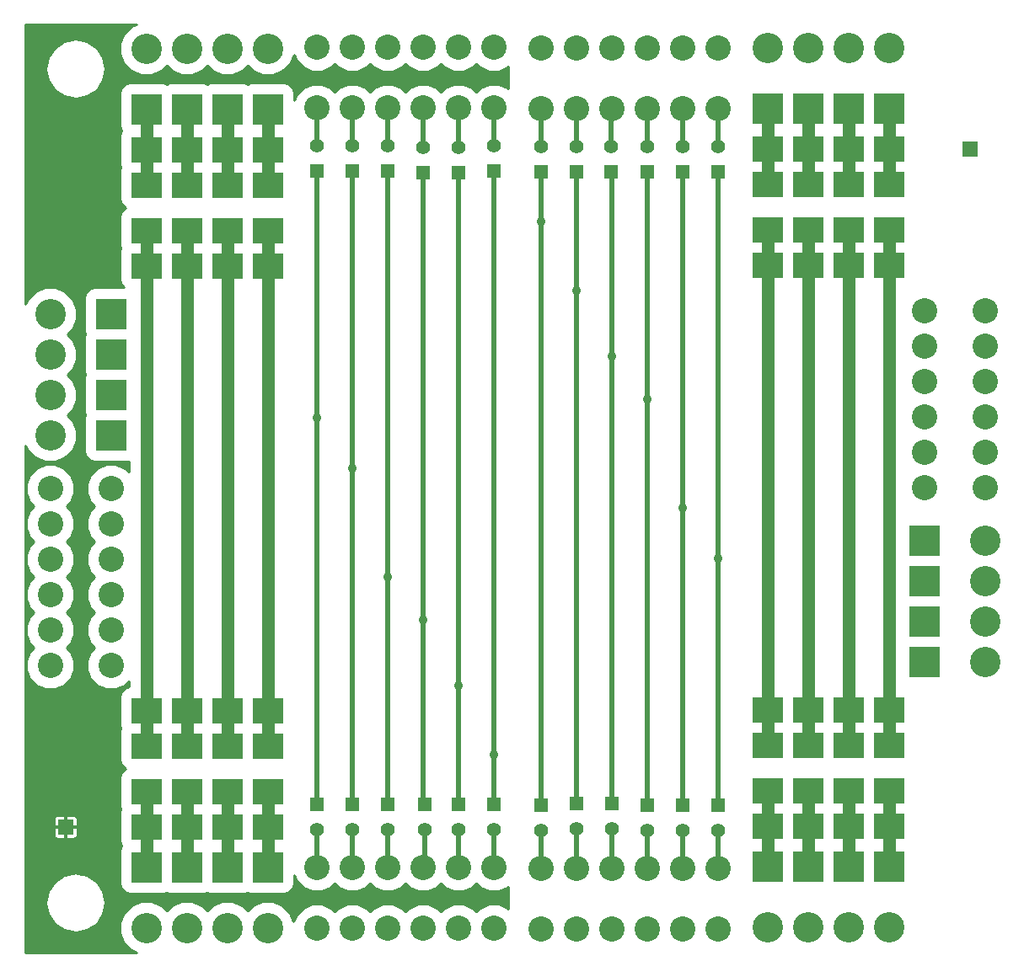
<source format=gtl>
G04 (created by PCBNEW (2013-07-07 BZR 4022)-stable) date 11/02/2014 19:36:51*
%MOIN*%
G04 Gerber Fmt 3.4, Leading zero omitted, Abs format*
%FSLAX34Y34*%
G01*
G70*
G90*
G04 APERTURE LIST*
%ADD10C,0.00590551*%
%ADD11R,0.12X0.1*%
%ADD12R,0.12X0.12*%
%ADD13C,0.12*%
%ADD14C,0.1*%
%ADD15R,0.055X0.055*%
%ADD16C,0.055*%
%ADD17R,0.06X0.06*%
%ADD18C,0.035*%
%ADD19C,0.02*%
%ADD20C,0.05*%
%ADD21C,0.01*%
G04 APERTURE END LIST*
G54D10*
G54D11*
X80600Y-31000D03*
X80600Y-29600D03*
X80600Y-27800D03*
X80600Y-26400D03*
X80600Y-48600D03*
X80600Y-50000D03*
X80600Y-51800D03*
X80600Y-53200D03*
X82200Y-31000D03*
X82200Y-29600D03*
X82200Y-27800D03*
X82200Y-26400D03*
X82200Y-48600D03*
X82200Y-50000D03*
X82200Y-51800D03*
X82200Y-53200D03*
X83800Y-31000D03*
X83800Y-29600D03*
X83800Y-27800D03*
X83800Y-26400D03*
X83800Y-48600D03*
X83800Y-50000D03*
X83800Y-51800D03*
X83800Y-53200D03*
X85400Y-31000D03*
X85400Y-29600D03*
X85400Y-27800D03*
X85400Y-26400D03*
X85400Y-48600D03*
X85400Y-50000D03*
X85400Y-51800D03*
X85400Y-53200D03*
G54D12*
X79200Y-32900D03*
G54D13*
X76800Y-32900D03*
G54D12*
X79200Y-34500D03*
G54D13*
X76800Y-34500D03*
G54D12*
X79200Y-36100D03*
G54D13*
X76800Y-36100D03*
G54D12*
X79200Y-37700D03*
G54D13*
X76800Y-37700D03*
G54D12*
X80600Y-24800D03*
G54D13*
X80600Y-22400D03*
G54D12*
X80600Y-54800D03*
G54D13*
X80600Y-57200D03*
G54D12*
X82200Y-24800D03*
G54D13*
X82200Y-22400D03*
G54D12*
X82200Y-54800D03*
G54D13*
X82200Y-57200D03*
G54D12*
X83800Y-24800D03*
G54D13*
X83800Y-22400D03*
G54D12*
X83800Y-54800D03*
G54D13*
X83800Y-57200D03*
G54D12*
X85400Y-24800D03*
G54D13*
X85400Y-22400D03*
G54D12*
X85400Y-54800D03*
G54D13*
X85400Y-57200D03*
G54D14*
X79200Y-39800D03*
X76800Y-39800D03*
X79200Y-41200D03*
X76800Y-41200D03*
X79200Y-42600D03*
X76800Y-42600D03*
X79200Y-44000D03*
X76800Y-44000D03*
X79200Y-45400D03*
X76800Y-45400D03*
X79200Y-46800D03*
X76800Y-46800D03*
X87350Y-24750D03*
X87350Y-22350D03*
X87350Y-54800D03*
X87350Y-57200D03*
X88750Y-24750D03*
X88750Y-22350D03*
X88750Y-54800D03*
X88750Y-57200D03*
X90150Y-24750D03*
X90150Y-22350D03*
X90150Y-54800D03*
X90150Y-57200D03*
X91550Y-24750D03*
X91550Y-22350D03*
X91550Y-54800D03*
X91550Y-57200D03*
X92950Y-24750D03*
X92950Y-22350D03*
X92950Y-54800D03*
X92950Y-57200D03*
X94350Y-24750D03*
X94350Y-22350D03*
X94350Y-54800D03*
X94350Y-57200D03*
G54D15*
X87350Y-27250D03*
G54D16*
X87350Y-26250D03*
G54D15*
X87350Y-52300D03*
G54D16*
X87350Y-53300D03*
G54D15*
X88750Y-27250D03*
G54D16*
X88750Y-26250D03*
G54D15*
X88750Y-52300D03*
G54D16*
X88750Y-53300D03*
G54D15*
X90150Y-27250D03*
G54D16*
X90150Y-26250D03*
G54D15*
X90150Y-52300D03*
G54D16*
X90150Y-53300D03*
G54D15*
X91550Y-27300D03*
G54D16*
X91550Y-26300D03*
G54D15*
X91600Y-52300D03*
G54D16*
X91600Y-53300D03*
G54D15*
X92950Y-27300D03*
G54D16*
X92950Y-26300D03*
G54D15*
X92950Y-52300D03*
G54D16*
X92950Y-53300D03*
G54D15*
X94350Y-27250D03*
G54D16*
X94350Y-26250D03*
G54D15*
X94350Y-52300D03*
G54D16*
X94350Y-53300D03*
G54D17*
X77400Y-53200D03*
G54D11*
X109972Y-48587D03*
X109972Y-49987D03*
X109972Y-51787D03*
X109972Y-53187D03*
X109972Y-30987D03*
X109972Y-29587D03*
X109972Y-27787D03*
X109972Y-26387D03*
X108372Y-48587D03*
X108372Y-49987D03*
X108372Y-51787D03*
X108372Y-53187D03*
X108372Y-30987D03*
X108372Y-29587D03*
X108372Y-27787D03*
X108372Y-26387D03*
X106772Y-48587D03*
X106772Y-49987D03*
X106772Y-51787D03*
X106772Y-53187D03*
X106772Y-30987D03*
X106772Y-29587D03*
X106772Y-27787D03*
X106772Y-26387D03*
X105172Y-48587D03*
X105172Y-49987D03*
X105172Y-51787D03*
X105172Y-53187D03*
X105172Y-30987D03*
X105172Y-29587D03*
X105172Y-27787D03*
X105172Y-26387D03*
G54D12*
X111372Y-46687D03*
G54D13*
X113772Y-46687D03*
G54D12*
X111372Y-45087D03*
G54D13*
X113772Y-45087D03*
G54D12*
X111372Y-43487D03*
G54D13*
X113772Y-43487D03*
G54D12*
X111372Y-41887D03*
G54D13*
X113772Y-41887D03*
G54D12*
X109972Y-54787D03*
G54D13*
X109972Y-57187D03*
G54D12*
X109972Y-24787D03*
G54D13*
X109972Y-22387D03*
G54D12*
X108372Y-54787D03*
G54D13*
X108372Y-57187D03*
G54D12*
X108372Y-24787D03*
G54D13*
X108372Y-22387D03*
G54D12*
X106772Y-54787D03*
G54D13*
X106772Y-57187D03*
G54D12*
X106772Y-24787D03*
G54D13*
X106772Y-22387D03*
G54D12*
X105172Y-54787D03*
G54D13*
X105172Y-57187D03*
G54D12*
X105172Y-24787D03*
G54D13*
X105172Y-22387D03*
G54D14*
X111372Y-39787D03*
X113772Y-39787D03*
X111372Y-38387D03*
X113772Y-38387D03*
X111372Y-36987D03*
X113772Y-36987D03*
X111372Y-35587D03*
X113772Y-35587D03*
X111372Y-34187D03*
X113772Y-34187D03*
X111372Y-32787D03*
X113772Y-32787D03*
X103222Y-54837D03*
X103222Y-57237D03*
X103222Y-24787D03*
X103222Y-22387D03*
X101822Y-54837D03*
X101822Y-57237D03*
X101822Y-24787D03*
X101822Y-22387D03*
X100422Y-54837D03*
X100422Y-57237D03*
X100422Y-24787D03*
X100422Y-22387D03*
X99022Y-54837D03*
X99022Y-57237D03*
X99022Y-24787D03*
X99022Y-22387D03*
X97622Y-54837D03*
X97622Y-57237D03*
X97622Y-24787D03*
X97622Y-22387D03*
X96222Y-54837D03*
X96222Y-57237D03*
X96222Y-24787D03*
X96222Y-22387D03*
G54D15*
X103222Y-52337D03*
G54D16*
X103222Y-53337D03*
G54D15*
X103222Y-27287D03*
G54D16*
X103222Y-26287D03*
G54D15*
X101822Y-52337D03*
G54D16*
X101822Y-53337D03*
G54D15*
X101822Y-27287D03*
G54D16*
X101822Y-26287D03*
G54D15*
X100422Y-52337D03*
G54D16*
X100422Y-53337D03*
G54D15*
X100422Y-27287D03*
G54D16*
X100422Y-26287D03*
G54D15*
X99022Y-52287D03*
G54D16*
X99022Y-53287D03*
G54D15*
X98972Y-27287D03*
G54D16*
X98972Y-26287D03*
G54D15*
X97622Y-52287D03*
G54D16*
X97622Y-53287D03*
G54D15*
X97622Y-27287D03*
G54D16*
X97622Y-26287D03*
G54D15*
X96222Y-52337D03*
G54D16*
X96222Y-53337D03*
G54D15*
X96222Y-27287D03*
G54D16*
X96222Y-26287D03*
G54D17*
X113172Y-26387D03*
G54D18*
X108372Y-46787D03*
X103222Y-42587D03*
X105172Y-44287D03*
X106772Y-45887D03*
X99022Y-34587D03*
X101822Y-40587D03*
X100422Y-36287D03*
X96222Y-29237D03*
X97622Y-31987D03*
X94350Y-50350D03*
X92950Y-47600D03*
X82200Y-32800D03*
X87350Y-37000D03*
X85400Y-35300D03*
X83800Y-33700D03*
X91550Y-45000D03*
X88750Y-39000D03*
X90150Y-43300D03*
G54D19*
X103222Y-26287D02*
X103222Y-24787D01*
G54D20*
X108372Y-48587D02*
X108372Y-46787D01*
X108372Y-46787D02*
X108372Y-30987D01*
X108372Y-30987D02*
X108372Y-29587D01*
X108372Y-49987D02*
X108372Y-48587D01*
G54D19*
X99022Y-54837D02*
X99022Y-53287D01*
G54D20*
X108372Y-26387D02*
X108372Y-24787D01*
X108372Y-27787D02*
X108372Y-26387D01*
X108372Y-53187D02*
X108372Y-51787D01*
X108372Y-54787D02*
X108372Y-53187D01*
X109972Y-48587D02*
X109972Y-30987D01*
X109972Y-30987D02*
X109972Y-29587D01*
X109972Y-49987D02*
X109972Y-48587D01*
X109972Y-26387D02*
X109972Y-24787D01*
X109972Y-27787D02*
X109972Y-26387D01*
X109972Y-51787D02*
X109972Y-53187D01*
X109972Y-54787D02*
X109972Y-53187D01*
G54D19*
X103222Y-52337D02*
X103222Y-42587D01*
X103222Y-42587D02*
X103222Y-27287D01*
G54D20*
X105172Y-48587D02*
X105172Y-44287D01*
X105172Y-44287D02*
X105172Y-30987D01*
X105172Y-30987D02*
X105172Y-29587D01*
X105172Y-49987D02*
X105172Y-48587D01*
G54D19*
X98972Y-26287D02*
X98972Y-24837D01*
X98972Y-24837D02*
X99022Y-24787D01*
G54D20*
X105172Y-26387D02*
X105172Y-24787D01*
X105172Y-27787D02*
X105172Y-26387D01*
X105172Y-53187D02*
X105172Y-51787D01*
X105172Y-54787D02*
X105172Y-53187D01*
X106772Y-48587D02*
X106772Y-45887D01*
X106772Y-45887D02*
X106772Y-30987D01*
X106772Y-30987D02*
X106772Y-29587D01*
X106772Y-49987D02*
X106772Y-48587D01*
G54D19*
X99022Y-52287D02*
X99022Y-34587D01*
X99022Y-34587D02*
X99022Y-27337D01*
X99022Y-27337D02*
X98972Y-27287D01*
G54D20*
X106772Y-26387D02*
X106772Y-24787D01*
X106772Y-27787D02*
X106772Y-26387D01*
X106772Y-53187D02*
X106772Y-51787D01*
X106772Y-54787D02*
X106772Y-53187D01*
G54D19*
X101822Y-54837D02*
X101822Y-53337D01*
X101822Y-26287D02*
X101822Y-24787D01*
X101822Y-52337D02*
X101822Y-40587D01*
X101822Y-40587D02*
X101822Y-27287D01*
X100422Y-52337D02*
X100422Y-36287D01*
X100422Y-36287D02*
X100422Y-27287D01*
X96222Y-54837D02*
X96222Y-53337D01*
X100422Y-26287D02*
X100422Y-24787D01*
X100422Y-54837D02*
X100422Y-53337D01*
X96222Y-26287D02*
X96222Y-24787D01*
X96222Y-52337D02*
X96222Y-29237D01*
X96222Y-29237D02*
X96222Y-27287D01*
X97622Y-26287D02*
X97622Y-24787D01*
X97622Y-54837D02*
X97622Y-53287D01*
X97622Y-52287D02*
X97622Y-31987D01*
X97622Y-31987D02*
X97622Y-27287D01*
X103222Y-53337D02*
X103222Y-54837D01*
X91600Y-53300D02*
X91600Y-54750D01*
X91600Y-54750D02*
X91550Y-54800D01*
X94350Y-24750D02*
X94350Y-26250D01*
X94350Y-53300D02*
X94350Y-54800D01*
X94350Y-27250D02*
X94350Y-50350D01*
X94350Y-50350D02*
X94350Y-52300D01*
X92950Y-53300D02*
X92950Y-54800D01*
X92950Y-24750D02*
X92950Y-26300D01*
X92950Y-27300D02*
X92950Y-47600D01*
X92950Y-47600D02*
X92950Y-52300D01*
X87350Y-26250D02*
X87350Y-24750D01*
X87350Y-53300D02*
X87350Y-54800D01*
G54D20*
X82200Y-31000D02*
X82200Y-32800D01*
X82200Y-32800D02*
X82200Y-48600D01*
X82200Y-48600D02*
X82200Y-50000D01*
X82200Y-29600D02*
X82200Y-31000D01*
G54D19*
X91550Y-24750D02*
X91550Y-26300D01*
G54D20*
X82200Y-53200D02*
X82200Y-54800D01*
X82200Y-51800D02*
X82200Y-53200D01*
X82200Y-26400D02*
X82200Y-27800D01*
X82200Y-24800D02*
X82200Y-26400D01*
X80600Y-31000D02*
X80600Y-48600D01*
X80600Y-48600D02*
X80600Y-50000D01*
X80600Y-29600D02*
X80600Y-31000D01*
X80600Y-53200D02*
X80600Y-54800D01*
X80600Y-51800D02*
X80600Y-53200D01*
X80600Y-27800D02*
X80600Y-26400D01*
X80600Y-24800D02*
X80600Y-26400D01*
G54D19*
X87350Y-27250D02*
X87350Y-37000D01*
X87350Y-37000D02*
X87350Y-52300D01*
G54D20*
X85400Y-31000D02*
X85400Y-35300D01*
X85400Y-35300D02*
X85400Y-48600D01*
X85400Y-48600D02*
X85400Y-50000D01*
X85400Y-29600D02*
X85400Y-31000D01*
X85400Y-53200D02*
X85400Y-54800D01*
X85400Y-51800D02*
X85400Y-53200D01*
X85400Y-26400D02*
X85400Y-27800D01*
X85400Y-24800D02*
X85400Y-26400D01*
X83800Y-31000D02*
X83800Y-33700D01*
X83800Y-33700D02*
X83800Y-48600D01*
X83800Y-48600D02*
X83800Y-50000D01*
X83800Y-29600D02*
X83800Y-31000D01*
G54D19*
X91550Y-27300D02*
X91550Y-45000D01*
X91550Y-45000D02*
X91550Y-52250D01*
X91550Y-52250D02*
X91600Y-52300D01*
G54D20*
X83800Y-53200D02*
X83800Y-54800D01*
X83800Y-51800D02*
X83800Y-53200D01*
X83800Y-26400D02*
X83800Y-27800D01*
X83800Y-24800D02*
X83800Y-26400D01*
G54D19*
X88750Y-24750D02*
X88750Y-26250D01*
X88750Y-53300D02*
X88750Y-54800D01*
X88750Y-27250D02*
X88750Y-39000D01*
X88750Y-39000D02*
X88750Y-52300D01*
X90150Y-27250D02*
X90150Y-43300D01*
X90150Y-43300D02*
X90150Y-52300D01*
X90150Y-53300D02*
X90150Y-54800D01*
X90150Y-24750D02*
X90150Y-26250D01*
G54D10*
G36*
X94920Y-56426D02*
X94888Y-56395D01*
X94539Y-56250D01*
X94161Y-56249D01*
X93812Y-56394D01*
X93649Y-56556D01*
X93488Y-56395D01*
X93139Y-56250D01*
X92761Y-56249D01*
X92412Y-56394D01*
X92249Y-56556D01*
X92088Y-56395D01*
X91739Y-56250D01*
X91361Y-56249D01*
X91012Y-56394D01*
X90849Y-56556D01*
X90688Y-56395D01*
X90339Y-56250D01*
X89961Y-56249D01*
X89612Y-56394D01*
X89449Y-56556D01*
X89288Y-56395D01*
X88939Y-56250D01*
X88561Y-56249D01*
X88212Y-56394D01*
X88049Y-56556D01*
X87888Y-56395D01*
X87539Y-56250D01*
X87161Y-56249D01*
X86812Y-56394D01*
X86545Y-56661D01*
X86428Y-56940D01*
X86290Y-56605D01*
X85995Y-56310D01*
X85609Y-56150D01*
X85192Y-56149D01*
X84805Y-56309D01*
X84599Y-56515D01*
X84395Y-56310D01*
X84009Y-56150D01*
X83592Y-56149D01*
X83205Y-56309D01*
X82999Y-56515D01*
X82795Y-56310D01*
X82409Y-56150D01*
X81992Y-56149D01*
X81605Y-56309D01*
X81399Y-56515D01*
X81195Y-56310D01*
X80809Y-56150D01*
X80392Y-56149D01*
X80005Y-56309D01*
X79710Y-56604D01*
X79550Y-56990D01*
X79549Y-57407D01*
X79709Y-57794D01*
X80004Y-58089D01*
X80199Y-58170D01*
X78979Y-58170D01*
X78979Y-56200D01*
X78889Y-55748D01*
X78634Y-55365D01*
X78251Y-55110D01*
X77868Y-55034D01*
X77868Y-53533D01*
X77868Y-53466D01*
X77868Y-53251D01*
X77868Y-53148D01*
X77868Y-52933D01*
X77868Y-52866D01*
X77842Y-52804D01*
X77795Y-52757D01*
X77750Y-52738D01*
X77750Y-46611D01*
X77605Y-46262D01*
X77443Y-46099D01*
X77604Y-45938D01*
X77749Y-45589D01*
X77750Y-45211D01*
X77605Y-44862D01*
X77443Y-44699D01*
X77604Y-44538D01*
X77749Y-44189D01*
X77750Y-43811D01*
X77605Y-43462D01*
X77443Y-43299D01*
X77604Y-43138D01*
X77749Y-42789D01*
X77750Y-42411D01*
X77605Y-42062D01*
X77443Y-41899D01*
X77604Y-41738D01*
X77749Y-41389D01*
X77750Y-41011D01*
X77605Y-40662D01*
X77443Y-40499D01*
X77604Y-40338D01*
X77749Y-39989D01*
X77750Y-39611D01*
X77605Y-39262D01*
X77338Y-38995D01*
X76989Y-38850D01*
X76611Y-38849D01*
X76262Y-38994D01*
X75995Y-39261D01*
X75850Y-39610D01*
X75849Y-39988D01*
X75994Y-40337D01*
X76156Y-40500D01*
X75995Y-40661D01*
X75850Y-41010D01*
X75849Y-41388D01*
X75994Y-41737D01*
X76156Y-41900D01*
X75995Y-42061D01*
X75850Y-42410D01*
X75849Y-42788D01*
X75994Y-43137D01*
X76156Y-43300D01*
X75995Y-43461D01*
X75850Y-43810D01*
X75849Y-44188D01*
X75994Y-44537D01*
X76156Y-44700D01*
X75995Y-44861D01*
X75850Y-45210D01*
X75849Y-45588D01*
X75994Y-45937D01*
X76156Y-46100D01*
X75995Y-46261D01*
X75850Y-46610D01*
X75849Y-46988D01*
X75994Y-47337D01*
X76261Y-47604D01*
X76610Y-47749D01*
X76988Y-47750D01*
X77337Y-47605D01*
X77604Y-47338D01*
X77749Y-46989D01*
X77750Y-46611D01*
X77750Y-52738D01*
X77733Y-52731D01*
X77451Y-52731D01*
X77409Y-52773D01*
X77409Y-53190D01*
X77826Y-53190D01*
X77868Y-53148D01*
X77868Y-53251D01*
X77826Y-53209D01*
X77409Y-53209D01*
X77409Y-53626D01*
X77451Y-53668D01*
X77733Y-53668D01*
X77795Y-53642D01*
X77842Y-53595D01*
X77868Y-53533D01*
X77868Y-55034D01*
X77800Y-55020D01*
X77390Y-55101D01*
X77390Y-53626D01*
X77390Y-53209D01*
X77390Y-53190D01*
X77390Y-52773D01*
X77348Y-52731D01*
X77066Y-52731D01*
X77004Y-52757D01*
X76957Y-52804D01*
X76931Y-52866D01*
X76931Y-52933D01*
X76931Y-53148D01*
X76973Y-53190D01*
X77390Y-53190D01*
X77390Y-53209D01*
X76973Y-53209D01*
X76931Y-53251D01*
X76931Y-53466D01*
X76931Y-53533D01*
X76957Y-53595D01*
X77004Y-53642D01*
X77066Y-53668D01*
X77348Y-53668D01*
X77390Y-53626D01*
X77390Y-55101D01*
X77348Y-55110D01*
X76965Y-55365D01*
X76710Y-55748D01*
X76620Y-56200D01*
X76710Y-56651D01*
X76965Y-57034D01*
X77348Y-57289D01*
X77800Y-57379D01*
X78251Y-57289D01*
X78634Y-57034D01*
X78889Y-56651D01*
X78979Y-56200D01*
X78979Y-58170D01*
X75829Y-58170D01*
X75829Y-38100D01*
X75909Y-38294D01*
X76204Y-38589D01*
X76590Y-38749D01*
X77007Y-38750D01*
X77394Y-38590D01*
X77689Y-38295D01*
X77849Y-37909D01*
X77850Y-37492D01*
X77690Y-37105D01*
X77484Y-36899D01*
X77689Y-36695D01*
X77849Y-36309D01*
X77850Y-35892D01*
X77690Y-35505D01*
X77484Y-35299D01*
X77689Y-35095D01*
X77849Y-34709D01*
X77850Y-34292D01*
X77690Y-33905D01*
X77484Y-33699D01*
X77689Y-33495D01*
X77849Y-33109D01*
X77850Y-32692D01*
X77690Y-32305D01*
X77395Y-32010D01*
X77009Y-31850D01*
X76592Y-31849D01*
X76205Y-32009D01*
X75910Y-32304D01*
X75829Y-32499D01*
X75829Y-21429D01*
X80199Y-21429D01*
X80005Y-21509D01*
X79710Y-21804D01*
X79550Y-22190D01*
X79549Y-22607D01*
X79709Y-22994D01*
X80004Y-23289D01*
X80390Y-23449D01*
X80807Y-23450D01*
X81194Y-23290D01*
X81400Y-23084D01*
X81604Y-23289D01*
X81990Y-23449D01*
X82407Y-23450D01*
X82794Y-23290D01*
X83000Y-23084D01*
X83204Y-23289D01*
X83590Y-23449D01*
X84007Y-23450D01*
X84394Y-23290D01*
X84600Y-23084D01*
X84804Y-23289D01*
X85190Y-23449D01*
X85607Y-23450D01*
X85994Y-23290D01*
X86289Y-22995D01*
X86439Y-22634D01*
X86544Y-22887D01*
X86811Y-23154D01*
X87160Y-23299D01*
X87538Y-23300D01*
X87887Y-23155D01*
X88050Y-22993D01*
X88211Y-23154D01*
X88560Y-23299D01*
X88938Y-23300D01*
X89287Y-23155D01*
X89450Y-22993D01*
X89611Y-23154D01*
X89960Y-23299D01*
X90338Y-23300D01*
X90687Y-23155D01*
X90850Y-22993D01*
X91011Y-23154D01*
X91360Y-23299D01*
X91738Y-23300D01*
X92087Y-23155D01*
X92250Y-22993D01*
X92411Y-23154D01*
X92760Y-23299D01*
X93138Y-23300D01*
X93487Y-23155D01*
X93650Y-22993D01*
X93811Y-23154D01*
X94160Y-23299D01*
X94538Y-23300D01*
X94887Y-23155D01*
X94920Y-23122D01*
X94920Y-23976D01*
X94888Y-23945D01*
X94539Y-23800D01*
X94161Y-23799D01*
X93812Y-23944D01*
X93649Y-24106D01*
X93488Y-23945D01*
X93139Y-23800D01*
X92761Y-23799D01*
X92412Y-23944D01*
X92249Y-24106D01*
X92088Y-23945D01*
X91739Y-23800D01*
X91361Y-23799D01*
X91012Y-23944D01*
X90849Y-24106D01*
X90688Y-23945D01*
X90339Y-23800D01*
X89961Y-23799D01*
X89612Y-23944D01*
X89449Y-24106D01*
X89288Y-23945D01*
X88939Y-23800D01*
X88561Y-23799D01*
X88212Y-23944D01*
X88049Y-24106D01*
X87888Y-23945D01*
X87539Y-23800D01*
X87161Y-23799D01*
X86812Y-23944D01*
X86545Y-24211D01*
X86450Y-24440D01*
X86450Y-24110D01*
X86381Y-23945D01*
X86254Y-23818D01*
X86089Y-23750D01*
X85910Y-23750D01*
X84710Y-23750D01*
X84599Y-23795D01*
X84489Y-23750D01*
X84310Y-23750D01*
X83110Y-23750D01*
X82999Y-23795D01*
X82889Y-23750D01*
X82710Y-23750D01*
X81510Y-23750D01*
X81399Y-23795D01*
X81289Y-23750D01*
X81110Y-23750D01*
X79910Y-23750D01*
X79745Y-23818D01*
X79618Y-23945D01*
X79550Y-24110D01*
X79550Y-24289D01*
X79550Y-25489D01*
X79616Y-25650D01*
X79550Y-25810D01*
X79550Y-25989D01*
X79550Y-26989D01*
X79595Y-27100D01*
X79550Y-27210D01*
X79550Y-27389D01*
X79550Y-28389D01*
X79618Y-28554D01*
X79745Y-28681D01*
X79789Y-28699D01*
X79745Y-28718D01*
X79618Y-28845D01*
X79550Y-29010D01*
X79550Y-29189D01*
X79550Y-30189D01*
X79595Y-30300D01*
X79550Y-30410D01*
X79550Y-30589D01*
X79550Y-31589D01*
X79618Y-31754D01*
X79713Y-31850D01*
X79710Y-31850D01*
X78979Y-31850D01*
X78979Y-23200D01*
X78889Y-22748D01*
X78634Y-22365D01*
X78251Y-22110D01*
X77800Y-22020D01*
X77348Y-22110D01*
X76965Y-22365D01*
X76710Y-22748D01*
X76620Y-23200D01*
X76710Y-23651D01*
X76965Y-24034D01*
X77348Y-24289D01*
X77800Y-24379D01*
X78251Y-24289D01*
X78634Y-24034D01*
X78889Y-23651D01*
X78979Y-23200D01*
X78979Y-31850D01*
X78510Y-31850D01*
X78345Y-31918D01*
X78218Y-32045D01*
X78150Y-32210D01*
X78150Y-32389D01*
X78150Y-33589D01*
X78195Y-33700D01*
X78150Y-33810D01*
X78150Y-33989D01*
X78150Y-35189D01*
X78195Y-35300D01*
X78150Y-35410D01*
X78150Y-35589D01*
X78150Y-36789D01*
X78195Y-36900D01*
X78150Y-37010D01*
X78150Y-37189D01*
X78150Y-38389D01*
X78218Y-38554D01*
X78345Y-38681D01*
X78510Y-38750D01*
X78689Y-38750D01*
X79889Y-38750D01*
X79900Y-38745D01*
X79900Y-39156D01*
X79738Y-38995D01*
X79389Y-38850D01*
X79011Y-38849D01*
X78662Y-38994D01*
X78395Y-39261D01*
X78250Y-39610D01*
X78249Y-39988D01*
X78394Y-40337D01*
X78556Y-40500D01*
X78395Y-40661D01*
X78250Y-41010D01*
X78249Y-41388D01*
X78394Y-41737D01*
X78556Y-41900D01*
X78395Y-42061D01*
X78250Y-42410D01*
X78249Y-42788D01*
X78394Y-43137D01*
X78556Y-43300D01*
X78395Y-43461D01*
X78250Y-43810D01*
X78249Y-44188D01*
X78394Y-44537D01*
X78556Y-44700D01*
X78395Y-44861D01*
X78250Y-45210D01*
X78249Y-45588D01*
X78394Y-45937D01*
X78556Y-46100D01*
X78395Y-46261D01*
X78250Y-46610D01*
X78249Y-46988D01*
X78394Y-47337D01*
X78661Y-47604D01*
X79010Y-47749D01*
X79388Y-47750D01*
X79737Y-47605D01*
X79900Y-47443D01*
X79900Y-47654D01*
X79745Y-47718D01*
X79618Y-47845D01*
X79550Y-48010D01*
X79550Y-48189D01*
X79550Y-49189D01*
X79595Y-49300D01*
X79550Y-49410D01*
X79550Y-49589D01*
X79550Y-50589D01*
X79618Y-50754D01*
X79745Y-50881D01*
X79789Y-50899D01*
X79745Y-50918D01*
X79618Y-51045D01*
X79550Y-51210D01*
X79550Y-51389D01*
X79550Y-52389D01*
X79595Y-52500D01*
X79550Y-52610D01*
X79550Y-52789D01*
X79550Y-53789D01*
X79616Y-53950D01*
X79550Y-54110D01*
X79550Y-54289D01*
X79550Y-55489D01*
X79618Y-55654D01*
X79745Y-55781D01*
X79910Y-55850D01*
X80089Y-55850D01*
X81289Y-55850D01*
X81400Y-55804D01*
X81510Y-55850D01*
X81689Y-55850D01*
X82889Y-55850D01*
X83000Y-55804D01*
X83110Y-55850D01*
X83289Y-55850D01*
X84489Y-55850D01*
X84600Y-55804D01*
X84710Y-55850D01*
X84889Y-55850D01*
X86089Y-55850D01*
X86254Y-55781D01*
X86381Y-55654D01*
X86450Y-55489D01*
X86450Y-55310D01*
X86450Y-55109D01*
X86544Y-55337D01*
X86811Y-55604D01*
X87160Y-55749D01*
X87538Y-55750D01*
X87887Y-55605D01*
X88050Y-55443D01*
X88211Y-55604D01*
X88560Y-55749D01*
X88938Y-55750D01*
X89287Y-55605D01*
X89450Y-55443D01*
X89611Y-55604D01*
X89960Y-55749D01*
X90338Y-55750D01*
X90687Y-55605D01*
X90850Y-55443D01*
X91011Y-55604D01*
X91360Y-55749D01*
X91738Y-55750D01*
X92087Y-55605D01*
X92250Y-55443D01*
X92411Y-55604D01*
X92760Y-55749D01*
X93138Y-55750D01*
X93487Y-55605D01*
X93650Y-55443D01*
X93811Y-55604D01*
X94160Y-55749D01*
X94538Y-55750D01*
X94887Y-55605D01*
X94920Y-55572D01*
X94920Y-56426D01*
X94920Y-56426D01*
G37*
G54D21*
X94920Y-56426D02*
X94888Y-56395D01*
X94539Y-56250D01*
X94161Y-56249D01*
X93812Y-56394D01*
X93649Y-56556D01*
X93488Y-56395D01*
X93139Y-56250D01*
X92761Y-56249D01*
X92412Y-56394D01*
X92249Y-56556D01*
X92088Y-56395D01*
X91739Y-56250D01*
X91361Y-56249D01*
X91012Y-56394D01*
X90849Y-56556D01*
X90688Y-56395D01*
X90339Y-56250D01*
X89961Y-56249D01*
X89612Y-56394D01*
X89449Y-56556D01*
X89288Y-56395D01*
X88939Y-56250D01*
X88561Y-56249D01*
X88212Y-56394D01*
X88049Y-56556D01*
X87888Y-56395D01*
X87539Y-56250D01*
X87161Y-56249D01*
X86812Y-56394D01*
X86545Y-56661D01*
X86428Y-56940D01*
X86290Y-56605D01*
X85995Y-56310D01*
X85609Y-56150D01*
X85192Y-56149D01*
X84805Y-56309D01*
X84599Y-56515D01*
X84395Y-56310D01*
X84009Y-56150D01*
X83592Y-56149D01*
X83205Y-56309D01*
X82999Y-56515D01*
X82795Y-56310D01*
X82409Y-56150D01*
X81992Y-56149D01*
X81605Y-56309D01*
X81399Y-56515D01*
X81195Y-56310D01*
X80809Y-56150D01*
X80392Y-56149D01*
X80005Y-56309D01*
X79710Y-56604D01*
X79550Y-56990D01*
X79549Y-57407D01*
X79709Y-57794D01*
X80004Y-58089D01*
X80199Y-58170D01*
X78979Y-58170D01*
X78979Y-56200D01*
X78889Y-55748D01*
X78634Y-55365D01*
X78251Y-55110D01*
X77868Y-55034D01*
X77868Y-53533D01*
X77868Y-53466D01*
X77868Y-53251D01*
X77868Y-53148D01*
X77868Y-52933D01*
X77868Y-52866D01*
X77842Y-52804D01*
X77795Y-52757D01*
X77750Y-52738D01*
X77750Y-46611D01*
X77605Y-46262D01*
X77443Y-46099D01*
X77604Y-45938D01*
X77749Y-45589D01*
X77750Y-45211D01*
X77605Y-44862D01*
X77443Y-44699D01*
X77604Y-44538D01*
X77749Y-44189D01*
X77750Y-43811D01*
X77605Y-43462D01*
X77443Y-43299D01*
X77604Y-43138D01*
X77749Y-42789D01*
X77750Y-42411D01*
X77605Y-42062D01*
X77443Y-41899D01*
X77604Y-41738D01*
X77749Y-41389D01*
X77750Y-41011D01*
X77605Y-40662D01*
X77443Y-40499D01*
X77604Y-40338D01*
X77749Y-39989D01*
X77750Y-39611D01*
X77605Y-39262D01*
X77338Y-38995D01*
X76989Y-38850D01*
X76611Y-38849D01*
X76262Y-38994D01*
X75995Y-39261D01*
X75850Y-39610D01*
X75849Y-39988D01*
X75994Y-40337D01*
X76156Y-40500D01*
X75995Y-40661D01*
X75850Y-41010D01*
X75849Y-41388D01*
X75994Y-41737D01*
X76156Y-41900D01*
X75995Y-42061D01*
X75850Y-42410D01*
X75849Y-42788D01*
X75994Y-43137D01*
X76156Y-43300D01*
X75995Y-43461D01*
X75850Y-43810D01*
X75849Y-44188D01*
X75994Y-44537D01*
X76156Y-44700D01*
X75995Y-44861D01*
X75850Y-45210D01*
X75849Y-45588D01*
X75994Y-45937D01*
X76156Y-46100D01*
X75995Y-46261D01*
X75850Y-46610D01*
X75849Y-46988D01*
X75994Y-47337D01*
X76261Y-47604D01*
X76610Y-47749D01*
X76988Y-47750D01*
X77337Y-47605D01*
X77604Y-47338D01*
X77749Y-46989D01*
X77750Y-46611D01*
X77750Y-52738D01*
X77733Y-52731D01*
X77451Y-52731D01*
X77409Y-52773D01*
X77409Y-53190D01*
X77826Y-53190D01*
X77868Y-53148D01*
X77868Y-53251D01*
X77826Y-53209D01*
X77409Y-53209D01*
X77409Y-53626D01*
X77451Y-53668D01*
X77733Y-53668D01*
X77795Y-53642D01*
X77842Y-53595D01*
X77868Y-53533D01*
X77868Y-55034D01*
X77800Y-55020D01*
X77390Y-55101D01*
X77390Y-53626D01*
X77390Y-53209D01*
X77390Y-53190D01*
X77390Y-52773D01*
X77348Y-52731D01*
X77066Y-52731D01*
X77004Y-52757D01*
X76957Y-52804D01*
X76931Y-52866D01*
X76931Y-52933D01*
X76931Y-53148D01*
X76973Y-53190D01*
X77390Y-53190D01*
X77390Y-53209D01*
X76973Y-53209D01*
X76931Y-53251D01*
X76931Y-53466D01*
X76931Y-53533D01*
X76957Y-53595D01*
X77004Y-53642D01*
X77066Y-53668D01*
X77348Y-53668D01*
X77390Y-53626D01*
X77390Y-55101D01*
X77348Y-55110D01*
X76965Y-55365D01*
X76710Y-55748D01*
X76620Y-56200D01*
X76710Y-56651D01*
X76965Y-57034D01*
X77348Y-57289D01*
X77800Y-57379D01*
X78251Y-57289D01*
X78634Y-57034D01*
X78889Y-56651D01*
X78979Y-56200D01*
X78979Y-58170D01*
X75829Y-58170D01*
X75829Y-38100D01*
X75909Y-38294D01*
X76204Y-38589D01*
X76590Y-38749D01*
X77007Y-38750D01*
X77394Y-38590D01*
X77689Y-38295D01*
X77849Y-37909D01*
X77850Y-37492D01*
X77690Y-37105D01*
X77484Y-36899D01*
X77689Y-36695D01*
X77849Y-36309D01*
X77850Y-35892D01*
X77690Y-35505D01*
X77484Y-35299D01*
X77689Y-35095D01*
X77849Y-34709D01*
X77850Y-34292D01*
X77690Y-33905D01*
X77484Y-33699D01*
X77689Y-33495D01*
X77849Y-33109D01*
X77850Y-32692D01*
X77690Y-32305D01*
X77395Y-32010D01*
X77009Y-31850D01*
X76592Y-31849D01*
X76205Y-32009D01*
X75910Y-32304D01*
X75829Y-32499D01*
X75829Y-21429D01*
X80199Y-21429D01*
X80005Y-21509D01*
X79710Y-21804D01*
X79550Y-22190D01*
X79549Y-22607D01*
X79709Y-22994D01*
X80004Y-23289D01*
X80390Y-23449D01*
X80807Y-23450D01*
X81194Y-23290D01*
X81400Y-23084D01*
X81604Y-23289D01*
X81990Y-23449D01*
X82407Y-23450D01*
X82794Y-23290D01*
X83000Y-23084D01*
X83204Y-23289D01*
X83590Y-23449D01*
X84007Y-23450D01*
X84394Y-23290D01*
X84600Y-23084D01*
X84804Y-23289D01*
X85190Y-23449D01*
X85607Y-23450D01*
X85994Y-23290D01*
X86289Y-22995D01*
X86439Y-22634D01*
X86544Y-22887D01*
X86811Y-23154D01*
X87160Y-23299D01*
X87538Y-23300D01*
X87887Y-23155D01*
X88050Y-22993D01*
X88211Y-23154D01*
X88560Y-23299D01*
X88938Y-23300D01*
X89287Y-23155D01*
X89450Y-22993D01*
X89611Y-23154D01*
X89960Y-23299D01*
X90338Y-23300D01*
X90687Y-23155D01*
X90850Y-22993D01*
X91011Y-23154D01*
X91360Y-23299D01*
X91738Y-23300D01*
X92087Y-23155D01*
X92250Y-22993D01*
X92411Y-23154D01*
X92760Y-23299D01*
X93138Y-23300D01*
X93487Y-23155D01*
X93650Y-22993D01*
X93811Y-23154D01*
X94160Y-23299D01*
X94538Y-23300D01*
X94887Y-23155D01*
X94920Y-23122D01*
X94920Y-23976D01*
X94888Y-23945D01*
X94539Y-23800D01*
X94161Y-23799D01*
X93812Y-23944D01*
X93649Y-24106D01*
X93488Y-23945D01*
X93139Y-23800D01*
X92761Y-23799D01*
X92412Y-23944D01*
X92249Y-24106D01*
X92088Y-23945D01*
X91739Y-23800D01*
X91361Y-23799D01*
X91012Y-23944D01*
X90849Y-24106D01*
X90688Y-23945D01*
X90339Y-23800D01*
X89961Y-23799D01*
X89612Y-23944D01*
X89449Y-24106D01*
X89288Y-23945D01*
X88939Y-23800D01*
X88561Y-23799D01*
X88212Y-23944D01*
X88049Y-24106D01*
X87888Y-23945D01*
X87539Y-23800D01*
X87161Y-23799D01*
X86812Y-23944D01*
X86545Y-24211D01*
X86450Y-24440D01*
X86450Y-24110D01*
X86381Y-23945D01*
X86254Y-23818D01*
X86089Y-23750D01*
X85910Y-23750D01*
X84710Y-23750D01*
X84599Y-23795D01*
X84489Y-23750D01*
X84310Y-23750D01*
X83110Y-23750D01*
X82999Y-23795D01*
X82889Y-23750D01*
X82710Y-23750D01*
X81510Y-23750D01*
X81399Y-23795D01*
X81289Y-23750D01*
X81110Y-23750D01*
X79910Y-23750D01*
X79745Y-23818D01*
X79618Y-23945D01*
X79550Y-24110D01*
X79550Y-24289D01*
X79550Y-25489D01*
X79616Y-25650D01*
X79550Y-25810D01*
X79550Y-25989D01*
X79550Y-26989D01*
X79595Y-27100D01*
X79550Y-27210D01*
X79550Y-27389D01*
X79550Y-28389D01*
X79618Y-28554D01*
X79745Y-28681D01*
X79789Y-28699D01*
X79745Y-28718D01*
X79618Y-28845D01*
X79550Y-29010D01*
X79550Y-29189D01*
X79550Y-30189D01*
X79595Y-30300D01*
X79550Y-30410D01*
X79550Y-30589D01*
X79550Y-31589D01*
X79618Y-31754D01*
X79713Y-31850D01*
X79710Y-31850D01*
X78979Y-31850D01*
X78979Y-23200D01*
X78889Y-22748D01*
X78634Y-22365D01*
X78251Y-22110D01*
X77800Y-22020D01*
X77348Y-22110D01*
X76965Y-22365D01*
X76710Y-22748D01*
X76620Y-23200D01*
X76710Y-23651D01*
X76965Y-24034D01*
X77348Y-24289D01*
X77800Y-24379D01*
X78251Y-24289D01*
X78634Y-24034D01*
X78889Y-23651D01*
X78979Y-23200D01*
X78979Y-31850D01*
X78510Y-31850D01*
X78345Y-31918D01*
X78218Y-32045D01*
X78150Y-32210D01*
X78150Y-32389D01*
X78150Y-33589D01*
X78195Y-33700D01*
X78150Y-33810D01*
X78150Y-33989D01*
X78150Y-35189D01*
X78195Y-35300D01*
X78150Y-35410D01*
X78150Y-35589D01*
X78150Y-36789D01*
X78195Y-36900D01*
X78150Y-37010D01*
X78150Y-37189D01*
X78150Y-38389D01*
X78218Y-38554D01*
X78345Y-38681D01*
X78510Y-38750D01*
X78689Y-38750D01*
X79889Y-38750D01*
X79900Y-38745D01*
X79900Y-39156D01*
X79738Y-38995D01*
X79389Y-38850D01*
X79011Y-38849D01*
X78662Y-38994D01*
X78395Y-39261D01*
X78250Y-39610D01*
X78249Y-39988D01*
X78394Y-40337D01*
X78556Y-40500D01*
X78395Y-40661D01*
X78250Y-41010D01*
X78249Y-41388D01*
X78394Y-41737D01*
X78556Y-41900D01*
X78395Y-42061D01*
X78250Y-42410D01*
X78249Y-42788D01*
X78394Y-43137D01*
X78556Y-43300D01*
X78395Y-43461D01*
X78250Y-43810D01*
X78249Y-44188D01*
X78394Y-44537D01*
X78556Y-44700D01*
X78395Y-44861D01*
X78250Y-45210D01*
X78249Y-45588D01*
X78394Y-45937D01*
X78556Y-46100D01*
X78395Y-46261D01*
X78250Y-46610D01*
X78249Y-46988D01*
X78394Y-47337D01*
X78661Y-47604D01*
X79010Y-47749D01*
X79388Y-47750D01*
X79737Y-47605D01*
X79900Y-47443D01*
X79900Y-47654D01*
X79745Y-47718D01*
X79618Y-47845D01*
X79550Y-48010D01*
X79550Y-48189D01*
X79550Y-49189D01*
X79595Y-49300D01*
X79550Y-49410D01*
X79550Y-49589D01*
X79550Y-50589D01*
X79618Y-50754D01*
X79745Y-50881D01*
X79789Y-50899D01*
X79745Y-50918D01*
X79618Y-51045D01*
X79550Y-51210D01*
X79550Y-51389D01*
X79550Y-52389D01*
X79595Y-52500D01*
X79550Y-52610D01*
X79550Y-52789D01*
X79550Y-53789D01*
X79616Y-53950D01*
X79550Y-54110D01*
X79550Y-54289D01*
X79550Y-55489D01*
X79618Y-55654D01*
X79745Y-55781D01*
X79910Y-55850D01*
X80089Y-55850D01*
X81289Y-55850D01*
X81400Y-55804D01*
X81510Y-55850D01*
X81689Y-55850D01*
X82889Y-55850D01*
X83000Y-55804D01*
X83110Y-55850D01*
X83289Y-55850D01*
X84489Y-55850D01*
X84600Y-55804D01*
X84710Y-55850D01*
X84889Y-55850D01*
X86089Y-55850D01*
X86254Y-55781D01*
X86381Y-55654D01*
X86450Y-55489D01*
X86450Y-55310D01*
X86450Y-55109D01*
X86544Y-55337D01*
X86811Y-55604D01*
X87160Y-55749D01*
X87538Y-55750D01*
X87887Y-55605D01*
X88050Y-55443D01*
X88211Y-55604D01*
X88560Y-55749D01*
X88938Y-55750D01*
X89287Y-55605D01*
X89450Y-55443D01*
X89611Y-55604D01*
X89960Y-55749D01*
X90338Y-55750D01*
X90687Y-55605D01*
X90850Y-55443D01*
X91011Y-55604D01*
X91360Y-55749D01*
X91738Y-55750D01*
X92087Y-55605D01*
X92250Y-55443D01*
X92411Y-55604D01*
X92760Y-55749D01*
X93138Y-55750D01*
X93487Y-55605D01*
X93650Y-55443D01*
X93811Y-55604D01*
X94160Y-55749D01*
X94538Y-55750D01*
X94887Y-55605D01*
X94920Y-55572D01*
X94920Y-56426D01*
M02*

</source>
